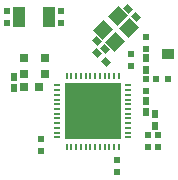
<source format=gtp>
G04 Layer_Color=8421504*
%FSLAX24Y24*%
%MOIN*%
G70*
G01*
G75*
%ADD10R,0.0217X0.0236*%
%ADD11O,0.0256X0.0079*%
%ADD12O,0.0079X0.0256*%
%ADD13R,0.1850X0.1850*%
G04:AMPARAMS|DCode=14|XSize=47.2mil|YSize=43.3mil|CornerRadius=0mil|HoleSize=0mil|Usage=FLASHONLY|Rotation=225.000|XOffset=0mil|YOffset=0mil|HoleType=Round|Shape=Rectangle|*
%AMROTATEDRECTD14*
4,1,4,0.0014,0.0320,0.0320,0.0014,-0.0014,-0.0320,-0.0320,-0.0014,0.0014,0.0320,0.0*
%
%ADD14ROTATEDRECTD14*%

%ADD15R,0.0295X0.0315*%
%ADD16R,0.0197X0.0256*%
%ADD17R,0.0315X0.0295*%
%ADD18R,0.0197X0.0236*%
%ADD19R,0.0394X0.0709*%
%ADD20R,0.0400X0.0370*%
G04:AMPARAMS|DCode=21|XSize=19.7mil|YSize=23.6mil|CornerRadius=0mil|HoleSize=0mil|Usage=FLASHONLY|Rotation=45.000|XOffset=0mil|YOffset=0mil|HoleType=Round|Shape=Rectangle|*
%AMROTATEDRECTD21*
4,1,4,0.0014,-0.0153,-0.0153,0.0014,-0.0014,0.0153,0.0153,-0.0014,0.0014,-0.0153,0.0*
%
%ADD21ROTATEDRECTD21*%

%ADD22R,0.0236X0.0197*%
D10*
X800Y-2027D02*
D03*
Y-1633D02*
D03*
D11*
X-1191Y866D02*
D03*
Y709D02*
D03*
Y551D02*
D03*
Y394D02*
D03*
Y236D02*
D03*
Y79D02*
D03*
Y-79D02*
D03*
Y-236D02*
D03*
Y-394D02*
D03*
Y-551D02*
D03*
Y-709D02*
D03*
Y-866D02*
D03*
X1191D02*
D03*
Y-709D02*
D03*
Y-551D02*
D03*
Y-394D02*
D03*
Y-236D02*
D03*
Y-79D02*
D03*
Y79D02*
D03*
Y236D02*
D03*
Y394D02*
D03*
Y551D02*
D03*
Y709D02*
D03*
Y866D02*
D03*
D12*
X-866Y-1191D02*
D03*
X-709D02*
D03*
X-551D02*
D03*
X-394D02*
D03*
X-236D02*
D03*
X-79D02*
D03*
X79D02*
D03*
X236D02*
D03*
X394D02*
D03*
X551D02*
D03*
X709D02*
D03*
X866D02*
D03*
Y1191D02*
D03*
X709D02*
D03*
X551D02*
D03*
X394D02*
D03*
X236D02*
D03*
X79D02*
D03*
X-79D02*
D03*
X-236D02*
D03*
X-394D02*
D03*
X-551D02*
D03*
X-709D02*
D03*
X-866D02*
D03*
D13*
X-0Y0D02*
D03*
D14*
X1221Y2782D02*
D03*
X832Y3171D02*
D03*
X748Y2308D02*
D03*
X358Y2698D02*
D03*
D15*
X-1774Y800D02*
D03*
X-2306D02*
D03*
D16*
X-2640Y1147D02*
D03*
Y773D02*
D03*
X1790Y347D02*
D03*
Y-27D02*
D03*
X2070Y-103D02*
D03*
Y-477D02*
D03*
X1790Y1767D02*
D03*
Y1393D02*
D03*
D17*
X-2300Y1244D02*
D03*
Y1776D02*
D03*
X-1590Y1244D02*
D03*
Y1776D02*
D03*
D18*
X-2850Y3337D02*
D03*
Y2943D02*
D03*
X2170Y-803D02*
D03*
Y-1197D02*
D03*
X1790Y673D02*
D03*
Y1067D02*
D03*
Y2093D02*
D03*
Y2487D02*
D03*
X1290Y1523D02*
D03*
Y1917D02*
D03*
X1840Y-803D02*
D03*
Y-1197D02*
D03*
X-1720Y-923D02*
D03*
Y-1317D02*
D03*
X-1050Y3337D02*
D03*
Y2943D02*
D03*
D19*
X-1458Y3140D02*
D03*
X-2442D02*
D03*
D20*
X2510Y1924D02*
D03*
D21*
X1181Y3409D02*
D03*
X1459Y3131D02*
D03*
X409Y2081D02*
D03*
X131Y2359D02*
D03*
X429Y1661D02*
D03*
X151Y1939D02*
D03*
D22*
X2103Y1090D02*
D03*
X2497D02*
D03*
M02*

</source>
